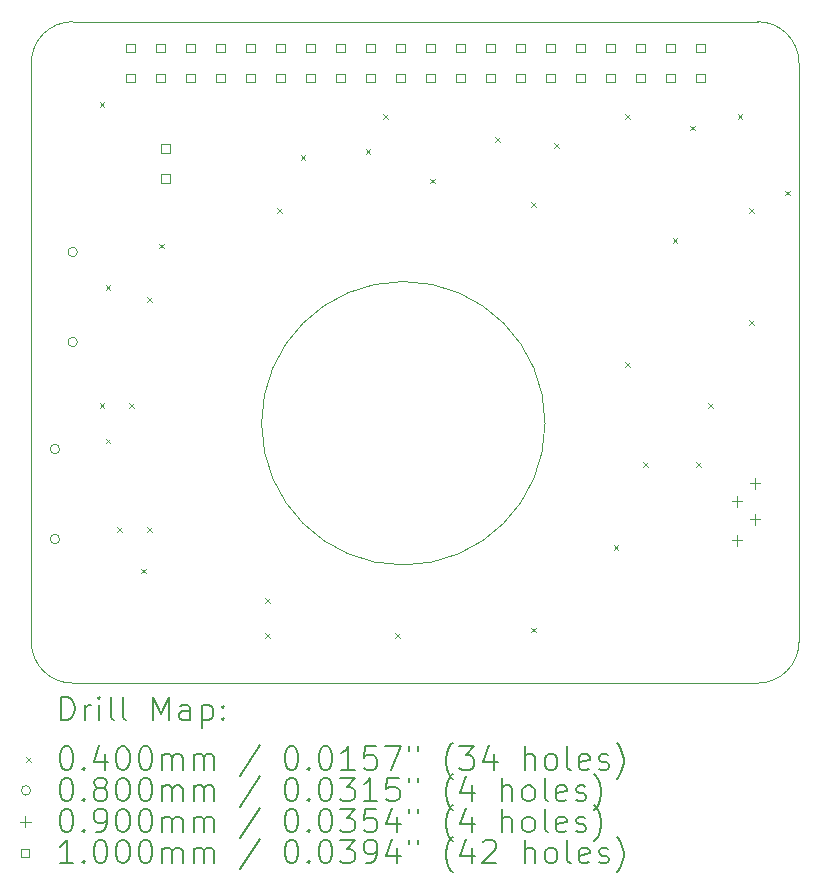
<source format=gbr>
%TF.GenerationSoftware,KiCad,Pcbnew,(6.0.9-0)*%
%TF.CreationDate,2024-08-31T06:56:25+09:00*%
%TF.ProjectId,LEDHat,4c454448-6174-42e6-9b69-6361645f7063,rev?*%
%TF.SameCoordinates,Original*%
%TF.FileFunction,Drillmap*%
%TF.FilePolarity,Positive*%
%FSLAX45Y45*%
G04 Gerber Fmt 4.5, Leading zero omitted, Abs format (unit mm)*
G04 Created by KiCad (PCBNEW (6.0.9-0)) date 2024-08-31 06:56:25*
%MOMM*%
%LPD*%
G01*
G04 APERTURE LIST*
%ADD10C,0.100000*%
%ADD11C,0.200000*%
%ADD12C,0.040000*%
%ADD13C,0.080000*%
%ADD14C,0.090000*%
G04 APERTURE END LIST*
D10*
X5000000Y-11250000D02*
X5000000Y-6350000D01*
X11150000Y-11600000D02*
X5350000Y-11600000D01*
X11500000Y-6350000D02*
X11500000Y-11250000D01*
X5350000Y-6000000D02*
X11150000Y-6000000D01*
X5350000Y-6000000D02*
G75*
G03*
X5000000Y-6350000I0J-350000D01*
G01*
X5000000Y-11250000D02*
G75*
G03*
X5350000Y-11600000I350000J0D01*
G01*
X11150000Y-11600000D02*
G75*
G03*
X11500000Y-11250000I0J350000D01*
G01*
X11500000Y-6350000D02*
G75*
G03*
X11150000Y-6000000I-350000J0D01*
G01*
X9350000Y-9400000D02*
G75*
G03*
X9350000Y-9400000I-1200000J0D01*
G01*
D11*
D12*
X5580000Y-6680000D02*
X5620000Y-6720000D01*
X5620000Y-6680000D02*
X5580000Y-6720000D01*
X5580000Y-9230000D02*
X5620000Y-9270000D01*
X5620000Y-9230000D02*
X5580000Y-9270000D01*
X5630000Y-8230000D02*
X5670000Y-8270000D01*
X5670000Y-8230000D02*
X5630000Y-8270000D01*
X5630000Y-9530000D02*
X5670000Y-9570000D01*
X5670000Y-9530000D02*
X5630000Y-9570000D01*
X5730000Y-10280000D02*
X5770000Y-10320000D01*
X5770000Y-10280000D02*
X5730000Y-10320000D01*
X5830000Y-9230000D02*
X5870000Y-9270000D01*
X5870000Y-9230000D02*
X5830000Y-9270000D01*
X5930000Y-10630000D02*
X5970000Y-10670000D01*
X5970000Y-10630000D02*
X5930000Y-10670000D01*
X5980000Y-8330000D02*
X6020000Y-8370000D01*
X6020000Y-8330000D02*
X5980000Y-8370000D01*
X5980000Y-10280000D02*
X6020000Y-10320000D01*
X6020000Y-10280000D02*
X5980000Y-10320000D01*
X6080000Y-7880000D02*
X6120000Y-7920000D01*
X6120000Y-7880000D02*
X6080000Y-7920000D01*
X6980000Y-10880000D02*
X7020000Y-10920000D01*
X7020000Y-10880000D02*
X6980000Y-10920000D01*
X6980000Y-11180000D02*
X7020000Y-11220000D01*
X7020000Y-11180000D02*
X6980000Y-11220000D01*
X7080000Y-7580000D02*
X7120000Y-7620000D01*
X7120000Y-7580000D02*
X7080000Y-7620000D01*
X7280000Y-7130000D02*
X7320000Y-7170000D01*
X7320000Y-7130000D02*
X7280000Y-7170000D01*
X7830000Y-7080000D02*
X7870000Y-7120000D01*
X7870000Y-7080000D02*
X7830000Y-7120000D01*
X7980000Y-6780000D02*
X8020000Y-6820000D01*
X8020000Y-6780000D02*
X7980000Y-6820000D01*
X8080000Y-11180000D02*
X8120000Y-11220000D01*
X8120000Y-11180000D02*
X8080000Y-11220000D01*
X8380000Y-7330000D02*
X8420000Y-7370000D01*
X8420000Y-7330000D02*
X8380000Y-7370000D01*
X8930000Y-6980000D02*
X8970000Y-7020000D01*
X8970000Y-6980000D02*
X8930000Y-7020000D01*
X9230000Y-7530000D02*
X9270000Y-7570000D01*
X9270000Y-7530000D02*
X9230000Y-7570000D01*
X9230000Y-11130000D02*
X9270000Y-11170000D01*
X9270000Y-11130000D02*
X9230000Y-11170000D01*
X9430000Y-7030000D02*
X9470000Y-7070000D01*
X9470000Y-7030000D02*
X9430000Y-7070000D01*
X9930000Y-10430000D02*
X9970000Y-10470000D01*
X9970000Y-10430000D02*
X9930000Y-10470000D01*
X10030000Y-6780000D02*
X10070000Y-6820000D01*
X10070000Y-6780000D02*
X10030000Y-6820000D01*
X10030000Y-8880000D02*
X10070000Y-8920000D01*
X10070000Y-8880000D02*
X10030000Y-8920000D01*
X10180000Y-9730000D02*
X10220000Y-9770000D01*
X10220000Y-9730000D02*
X10180000Y-9770000D01*
X10430000Y-7830000D02*
X10470000Y-7870000D01*
X10470000Y-7830000D02*
X10430000Y-7870000D01*
X10580000Y-6880000D02*
X10620000Y-6920000D01*
X10620000Y-6880000D02*
X10580000Y-6920000D01*
X10630000Y-9730000D02*
X10670000Y-9770000D01*
X10670000Y-9730000D02*
X10630000Y-9770000D01*
X10730000Y-9230000D02*
X10770000Y-9270000D01*
X10770000Y-9230000D02*
X10730000Y-9270000D01*
X10980000Y-6780000D02*
X11020000Y-6820000D01*
X11020000Y-6780000D02*
X10980000Y-6820000D01*
X11080000Y-7580000D02*
X11120000Y-7620000D01*
X11120000Y-7580000D02*
X11080000Y-7620000D01*
X11080000Y-8530000D02*
X11120000Y-8570000D01*
X11120000Y-8530000D02*
X11080000Y-8570000D01*
X11380000Y-7430000D02*
X11420000Y-7470000D01*
X11420000Y-7430000D02*
X11380000Y-7470000D01*
D13*
X5240000Y-9619000D02*
G75*
G03*
X5240000Y-9619000I-40000J0D01*
G01*
X5240000Y-10381000D02*
G75*
G03*
X5240000Y-10381000I-40000J0D01*
G01*
X5390000Y-7950000D02*
G75*
G03*
X5390000Y-7950000I-40000J0D01*
G01*
X5390000Y-8712000D02*
G75*
G03*
X5390000Y-8712000I-40000J0D01*
G01*
D14*
X10974000Y-10015800D02*
X10974000Y-10105800D01*
X10929000Y-10060800D02*
X11019000Y-10060800D01*
X10974000Y-10346000D02*
X10974000Y-10436000D01*
X10929000Y-10391000D02*
X11019000Y-10391000D01*
X11126400Y-9863400D02*
X11126400Y-9953400D01*
X11081400Y-9908400D02*
X11171400Y-9908400D01*
X11126400Y-10168200D02*
X11126400Y-10258200D01*
X11081400Y-10213200D02*
X11171400Y-10213200D01*
D10*
X5875356Y-6260356D02*
X5875356Y-6189644D01*
X5804644Y-6189644D01*
X5804644Y-6260356D01*
X5875356Y-6260356D01*
X5875356Y-6514356D02*
X5875356Y-6443644D01*
X5804644Y-6443644D01*
X5804644Y-6514356D01*
X5875356Y-6514356D01*
X6129356Y-6260356D02*
X6129356Y-6189644D01*
X6058644Y-6189644D01*
X6058644Y-6260356D01*
X6129356Y-6260356D01*
X6129356Y-6514356D02*
X6129356Y-6443644D01*
X6058644Y-6443644D01*
X6058644Y-6514356D01*
X6129356Y-6514356D01*
X6172856Y-7108856D02*
X6172856Y-7038144D01*
X6102144Y-7038144D01*
X6102144Y-7108856D01*
X6172856Y-7108856D01*
X6172856Y-7362856D02*
X6172856Y-7292144D01*
X6102144Y-7292144D01*
X6102144Y-7362856D01*
X6172856Y-7362856D01*
X6383356Y-6260356D02*
X6383356Y-6189644D01*
X6312644Y-6189644D01*
X6312644Y-6260356D01*
X6383356Y-6260356D01*
X6383356Y-6514356D02*
X6383356Y-6443644D01*
X6312644Y-6443644D01*
X6312644Y-6514356D01*
X6383356Y-6514356D01*
X6637356Y-6260356D02*
X6637356Y-6189644D01*
X6566644Y-6189644D01*
X6566644Y-6260356D01*
X6637356Y-6260356D01*
X6637356Y-6514356D02*
X6637356Y-6443644D01*
X6566644Y-6443644D01*
X6566644Y-6514356D01*
X6637356Y-6514356D01*
X6891356Y-6260356D02*
X6891356Y-6189644D01*
X6820644Y-6189644D01*
X6820644Y-6260356D01*
X6891356Y-6260356D01*
X6891356Y-6514356D02*
X6891356Y-6443644D01*
X6820644Y-6443644D01*
X6820644Y-6514356D01*
X6891356Y-6514356D01*
X7145356Y-6260356D02*
X7145356Y-6189644D01*
X7074644Y-6189644D01*
X7074644Y-6260356D01*
X7145356Y-6260356D01*
X7145356Y-6514356D02*
X7145356Y-6443644D01*
X7074644Y-6443644D01*
X7074644Y-6514356D01*
X7145356Y-6514356D01*
X7399356Y-6260356D02*
X7399356Y-6189644D01*
X7328644Y-6189644D01*
X7328644Y-6260356D01*
X7399356Y-6260356D01*
X7399356Y-6514356D02*
X7399356Y-6443644D01*
X7328644Y-6443644D01*
X7328644Y-6514356D01*
X7399356Y-6514356D01*
X7653356Y-6260356D02*
X7653356Y-6189644D01*
X7582644Y-6189644D01*
X7582644Y-6260356D01*
X7653356Y-6260356D01*
X7653356Y-6514356D02*
X7653356Y-6443644D01*
X7582644Y-6443644D01*
X7582644Y-6514356D01*
X7653356Y-6514356D01*
X7907356Y-6260356D02*
X7907356Y-6189644D01*
X7836644Y-6189644D01*
X7836644Y-6260356D01*
X7907356Y-6260356D01*
X7907356Y-6514356D02*
X7907356Y-6443644D01*
X7836644Y-6443644D01*
X7836644Y-6514356D01*
X7907356Y-6514356D01*
X8161356Y-6260356D02*
X8161356Y-6189644D01*
X8090644Y-6189644D01*
X8090644Y-6260356D01*
X8161356Y-6260356D01*
X8161356Y-6514356D02*
X8161356Y-6443644D01*
X8090644Y-6443644D01*
X8090644Y-6514356D01*
X8161356Y-6514356D01*
X8415356Y-6260356D02*
X8415356Y-6189644D01*
X8344644Y-6189644D01*
X8344644Y-6260356D01*
X8415356Y-6260356D01*
X8415356Y-6514356D02*
X8415356Y-6443644D01*
X8344644Y-6443644D01*
X8344644Y-6514356D01*
X8415356Y-6514356D01*
X8669356Y-6260356D02*
X8669356Y-6189644D01*
X8598644Y-6189644D01*
X8598644Y-6260356D01*
X8669356Y-6260356D01*
X8669356Y-6514356D02*
X8669356Y-6443644D01*
X8598644Y-6443644D01*
X8598644Y-6514356D01*
X8669356Y-6514356D01*
X8923356Y-6260356D02*
X8923356Y-6189644D01*
X8852644Y-6189644D01*
X8852644Y-6260356D01*
X8923356Y-6260356D01*
X8923356Y-6514356D02*
X8923356Y-6443644D01*
X8852644Y-6443644D01*
X8852644Y-6514356D01*
X8923356Y-6514356D01*
X9177356Y-6260356D02*
X9177356Y-6189644D01*
X9106644Y-6189644D01*
X9106644Y-6260356D01*
X9177356Y-6260356D01*
X9177356Y-6514356D02*
X9177356Y-6443644D01*
X9106644Y-6443644D01*
X9106644Y-6514356D01*
X9177356Y-6514356D01*
X9431356Y-6260356D02*
X9431356Y-6189644D01*
X9360644Y-6189644D01*
X9360644Y-6260356D01*
X9431356Y-6260356D01*
X9431356Y-6514356D02*
X9431356Y-6443644D01*
X9360644Y-6443644D01*
X9360644Y-6514356D01*
X9431356Y-6514356D01*
X9685356Y-6260356D02*
X9685356Y-6189644D01*
X9614644Y-6189644D01*
X9614644Y-6260356D01*
X9685356Y-6260356D01*
X9685356Y-6514356D02*
X9685356Y-6443644D01*
X9614644Y-6443644D01*
X9614644Y-6514356D01*
X9685356Y-6514356D01*
X9939356Y-6260356D02*
X9939356Y-6189644D01*
X9868644Y-6189644D01*
X9868644Y-6260356D01*
X9939356Y-6260356D01*
X9939356Y-6514356D02*
X9939356Y-6443644D01*
X9868644Y-6443644D01*
X9868644Y-6514356D01*
X9939356Y-6514356D01*
X10193356Y-6260356D02*
X10193356Y-6189644D01*
X10122644Y-6189644D01*
X10122644Y-6260356D01*
X10193356Y-6260356D01*
X10193356Y-6514356D02*
X10193356Y-6443644D01*
X10122644Y-6443644D01*
X10122644Y-6514356D01*
X10193356Y-6514356D01*
X10447356Y-6260356D02*
X10447356Y-6189644D01*
X10376644Y-6189644D01*
X10376644Y-6260356D01*
X10447356Y-6260356D01*
X10447356Y-6514356D02*
X10447356Y-6443644D01*
X10376644Y-6443644D01*
X10376644Y-6514356D01*
X10447356Y-6514356D01*
X10701356Y-6260356D02*
X10701356Y-6189644D01*
X10630644Y-6189644D01*
X10630644Y-6260356D01*
X10701356Y-6260356D01*
X10701356Y-6514356D02*
X10701356Y-6443644D01*
X10630644Y-6443644D01*
X10630644Y-6514356D01*
X10701356Y-6514356D01*
D11*
X5252619Y-11915476D02*
X5252619Y-11715476D01*
X5300238Y-11715476D01*
X5328810Y-11725000D01*
X5347857Y-11744048D01*
X5357381Y-11763095D01*
X5366905Y-11801190D01*
X5366905Y-11829762D01*
X5357381Y-11867857D01*
X5347857Y-11886905D01*
X5328810Y-11905952D01*
X5300238Y-11915476D01*
X5252619Y-11915476D01*
X5452619Y-11915476D02*
X5452619Y-11782143D01*
X5452619Y-11820238D02*
X5462143Y-11801190D01*
X5471667Y-11791667D01*
X5490714Y-11782143D01*
X5509762Y-11782143D01*
X5576429Y-11915476D02*
X5576429Y-11782143D01*
X5576429Y-11715476D02*
X5566905Y-11725000D01*
X5576429Y-11734524D01*
X5585952Y-11725000D01*
X5576429Y-11715476D01*
X5576429Y-11734524D01*
X5700238Y-11915476D02*
X5681190Y-11905952D01*
X5671667Y-11886905D01*
X5671667Y-11715476D01*
X5805000Y-11915476D02*
X5785952Y-11905952D01*
X5776428Y-11886905D01*
X5776428Y-11715476D01*
X6033571Y-11915476D02*
X6033571Y-11715476D01*
X6100238Y-11858333D01*
X6166905Y-11715476D01*
X6166905Y-11915476D01*
X6347857Y-11915476D02*
X6347857Y-11810714D01*
X6338333Y-11791667D01*
X6319286Y-11782143D01*
X6281190Y-11782143D01*
X6262143Y-11791667D01*
X6347857Y-11905952D02*
X6328809Y-11915476D01*
X6281190Y-11915476D01*
X6262143Y-11905952D01*
X6252619Y-11886905D01*
X6252619Y-11867857D01*
X6262143Y-11848809D01*
X6281190Y-11839286D01*
X6328809Y-11839286D01*
X6347857Y-11829762D01*
X6443095Y-11782143D02*
X6443095Y-11982143D01*
X6443095Y-11791667D02*
X6462143Y-11782143D01*
X6500238Y-11782143D01*
X6519286Y-11791667D01*
X6528809Y-11801190D01*
X6538333Y-11820238D01*
X6538333Y-11877381D01*
X6528809Y-11896428D01*
X6519286Y-11905952D01*
X6500238Y-11915476D01*
X6462143Y-11915476D01*
X6443095Y-11905952D01*
X6624048Y-11896428D02*
X6633571Y-11905952D01*
X6624048Y-11915476D01*
X6614524Y-11905952D01*
X6624048Y-11896428D01*
X6624048Y-11915476D01*
X6624048Y-11791667D02*
X6633571Y-11801190D01*
X6624048Y-11810714D01*
X6614524Y-11801190D01*
X6624048Y-11791667D01*
X6624048Y-11810714D01*
D12*
X4955000Y-12225000D02*
X4995000Y-12265000D01*
X4995000Y-12225000D02*
X4955000Y-12265000D01*
D11*
X5290714Y-12135476D02*
X5309762Y-12135476D01*
X5328810Y-12145000D01*
X5338333Y-12154524D01*
X5347857Y-12173571D01*
X5357381Y-12211667D01*
X5357381Y-12259286D01*
X5347857Y-12297381D01*
X5338333Y-12316428D01*
X5328810Y-12325952D01*
X5309762Y-12335476D01*
X5290714Y-12335476D01*
X5271667Y-12325952D01*
X5262143Y-12316428D01*
X5252619Y-12297381D01*
X5243095Y-12259286D01*
X5243095Y-12211667D01*
X5252619Y-12173571D01*
X5262143Y-12154524D01*
X5271667Y-12145000D01*
X5290714Y-12135476D01*
X5443095Y-12316428D02*
X5452619Y-12325952D01*
X5443095Y-12335476D01*
X5433571Y-12325952D01*
X5443095Y-12316428D01*
X5443095Y-12335476D01*
X5624048Y-12202143D02*
X5624048Y-12335476D01*
X5576429Y-12125952D02*
X5528810Y-12268809D01*
X5652619Y-12268809D01*
X5766905Y-12135476D02*
X5785952Y-12135476D01*
X5805000Y-12145000D01*
X5814524Y-12154524D01*
X5824048Y-12173571D01*
X5833571Y-12211667D01*
X5833571Y-12259286D01*
X5824048Y-12297381D01*
X5814524Y-12316428D01*
X5805000Y-12325952D01*
X5785952Y-12335476D01*
X5766905Y-12335476D01*
X5747857Y-12325952D01*
X5738333Y-12316428D01*
X5728809Y-12297381D01*
X5719286Y-12259286D01*
X5719286Y-12211667D01*
X5728809Y-12173571D01*
X5738333Y-12154524D01*
X5747857Y-12145000D01*
X5766905Y-12135476D01*
X5957381Y-12135476D02*
X5976428Y-12135476D01*
X5995476Y-12145000D01*
X6005000Y-12154524D01*
X6014524Y-12173571D01*
X6024048Y-12211667D01*
X6024048Y-12259286D01*
X6014524Y-12297381D01*
X6005000Y-12316428D01*
X5995476Y-12325952D01*
X5976428Y-12335476D01*
X5957381Y-12335476D01*
X5938333Y-12325952D01*
X5928809Y-12316428D01*
X5919286Y-12297381D01*
X5909762Y-12259286D01*
X5909762Y-12211667D01*
X5919286Y-12173571D01*
X5928809Y-12154524D01*
X5938333Y-12145000D01*
X5957381Y-12135476D01*
X6109762Y-12335476D02*
X6109762Y-12202143D01*
X6109762Y-12221190D02*
X6119286Y-12211667D01*
X6138333Y-12202143D01*
X6166905Y-12202143D01*
X6185952Y-12211667D01*
X6195476Y-12230714D01*
X6195476Y-12335476D01*
X6195476Y-12230714D02*
X6205000Y-12211667D01*
X6224048Y-12202143D01*
X6252619Y-12202143D01*
X6271667Y-12211667D01*
X6281190Y-12230714D01*
X6281190Y-12335476D01*
X6376428Y-12335476D02*
X6376428Y-12202143D01*
X6376428Y-12221190D02*
X6385952Y-12211667D01*
X6405000Y-12202143D01*
X6433571Y-12202143D01*
X6452619Y-12211667D01*
X6462143Y-12230714D01*
X6462143Y-12335476D01*
X6462143Y-12230714D02*
X6471667Y-12211667D01*
X6490714Y-12202143D01*
X6519286Y-12202143D01*
X6538333Y-12211667D01*
X6547857Y-12230714D01*
X6547857Y-12335476D01*
X6938333Y-12125952D02*
X6766905Y-12383095D01*
X7195476Y-12135476D02*
X7214524Y-12135476D01*
X7233571Y-12145000D01*
X7243095Y-12154524D01*
X7252619Y-12173571D01*
X7262143Y-12211667D01*
X7262143Y-12259286D01*
X7252619Y-12297381D01*
X7243095Y-12316428D01*
X7233571Y-12325952D01*
X7214524Y-12335476D01*
X7195476Y-12335476D01*
X7176428Y-12325952D01*
X7166905Y-12316428D01*
X7157381Y-12297381D01*
X7147857Y-12259286D01*
X7147857Y-12211667D01*
X7157381Y-12173571D01*
X7166905Y-12154524D01*
X7176428Y-12145000D01*
X7195476Y-12135476D01*
X7347857Y-12316428D02*
X7357381Y-12325952D01*
X7347857Y-12335476D01*
X7338333Y-12325952D01*
X7347857Y-12316428D01*
X7347857Y-12335476D01*
X7481190Y-12135476D02*
X7500238Y-12135476D01*
X7519286Y-12145000D01*
X7528809Y-12154524D01*
X7538333Y-12173571D01*
X7547857Y-12211667D01*
X7547857Y-12259286D01*
X7538333Y-12297381D01*
X7528809Y-12316428D01*
X7519286Y-12325952D01*
X7500238Y-12335476D01*
X7481190Y-12335476D01*
X7462143Y-12325952D01*
X7452619Y-12316428D01*
X7443095Y-12297381D01*
X7433571Y-12259286D01*
X7433571Y-12211667D01*
X7443095Y-12173571D01*
X7452619Y-12154524D01*
X7462143Y-12145000D01*
X7481190Y-12135476D01*
X7738333Y-12335476D02*
X7624048Y-12335476D01*
X7681190Y-12335476D02*
X7681190Y-12135476D01*
X7662143Y-12164048D01*
X7643095Y-12183095D01*
X7624048Y-12192619D01*
X7919286Y-12135476D02*
X7824048Y-12135476D01*
X7814524Y-12230714D01*
X7824048Y-12221190D01*
X7843095Y-12211667D01*
X7890714Y-12211667D01*
X7909762Y-12221190D01*
X7919286Y-12230714D01*
X7928809Y-12249762D01*
X7928809Y-12297381D01*
X7919286Y-12316428D01*
X7909762Y-12325952D01*
X7890714Y-12335476D01*
X7843095Y-12335476D01*
X7824048Y-12325952D01*
X7814524Y-12316428D01*
X7995476Y-12135476D02*
X8128809Y-12135476D01*
X8043095Y-12335476D01*
X8195476Y-12135476D02*
X8195476Y-12173571D01*
X8271667Y-12135476D02*
X8271667Y-12173571D01*
X8566905Y-12411667D02*
X8557381Y-12402143D01*
X8538333Y-12373571D01*
X8528810Y-12354524D01*
X8519286Y-12325952D01*
X8509762Y-12278333D01*
X8509762Y-12240238D01*
X8519286Y-12192619D01*
X8528810Y-12164048D01*
X8538333Y-12145000D01*
X8557381Y-12116428D01*
X8566905Y-12106905D01*
X8624048Y-12135476D02*
X8747857Y-12135476D01*
X8681190Y-12211667D01*
X8709762Y-12211667D01*
X8728810Y-12221190D01*
X8738333Y-12230714D01*
X8747857Y-12249762D01*
X8747857Y-12297381D01*
X8738333Y-12316428D01*
X8728810Y-12325952D01*
X8709762Y-12335476D01*
X8652619Y-12335476D01*
X8633571Y-12325952D01*
X8624048Y-12316428D01*
X8919286Y-12202143D02*
X8919286Y-12335476D01*
X8871667Y-12125952D02*
X8824048Y-12268809D01*
X8947857Y-12268809D01*
X9176429Y-12335476D02*
X9176429Y-12135476D01*
X9262143Y-12335476D02*
X9262143Y-12230714D01*
X9252619Y-12211667D01*
X9233571Y-12202143D01*
X9205000Y-12202143D01*
X9185952Y-12211667D01*
X9176429Y-12221190D01*
X9385952Y-12335476D02*
X9366905Y-12325952D01*
X9357381Y-12316428D01*
X9347857Y-12297381D01*
X9347857Y-12240238D01*
X9357381Y-12221190D01*
X9366905Y-12211667D01*
X9385952Y-12202143D01*
X9414524Y-12202143D01*
X9433571Y-12211667D01*
X9443095Y-12221190D01*
X9452619Y-12240238D01*
X9452619Y-12297381D01*
X9443095Y-12316428D01*
X9433571Y-12325952D01*
X9414524Y-12335476D01*
X9385952Y-12335476D01*
X9566905Y-12335476D02*
X9547857Y-12325952D01*
X9538333Y-12306905D01*
X9538333Y-12135476D01*
X9719286Y-12325952D02*
X9700238Y-12335476D01*
X9662143Y-12335476D01*
X9643095Y-12325952D01*
X9633571Y-12306905D01*
X9633571Y-12230714D01*
X9643095Y-12211667D01*
X9662143Y-12202143D01*
X9700238Y-12202143D01*
X9719286Y-12211667D01*
X9728810Y-12230714D01*
X9728810Y-12249762D01*
X9633571Y-12268809D01*
X9805000Y-12325952D02*
X9824048Y-12335476D01*
X9862143Y-12335476D01*
X9881190Y-12325952D01*
X9890714Y-12306905D01*
X9890714Y-12297381D01*
X9881190Y-12278333D01*
X9862143Y-12268809D01*
X9833571Y-12268809D01*
X9814524Y-12259286D01*
X9805000Y-12240238D01*
X9805000Y-12230714D01*
X9814524Y-12211667D01*
X9833571Y-12202143D01*
X9862143Y-12202143D01*
X9881190Y-12211667D01*
X9957381Y-12411667D02*
X9966905Y-12402143D01*
X9985952Y-12373571D01*
X9995476Y-12354524D01*
X10005000Y-12325952D01*
X10014524Y-12278333D01*
X10014524Y-12240238D01*
X10005000Y-12192619D01*
X9995476Y-12164048D01*
X9985952Y-12145000D01*
X9966905Y-12116428D01*
X9957381Y-12106905D01*
D13*
X4995000Y-12509000D02*
G75*
G03*
X4995000Y-12509000I-40000J0D01*
G01*
D11*
X5290714Y-12399476D02*
X5309762Y-12399476D01*
X5328810Y-12409000D01*
X5338333Y-12418524D01*
X5347857Y-12437571D01*
X5357381Y-12475667D01*
X5357381Y-12523286D01*
X5347857Y-12561381D01*
X5338333Y-12580428D01*
X5328810Y-12589952D01*
X5309762Y-12599476D01*
X5290714Y-12599476D01*
X5271667Y-12589952D01*
X5262143Y-12580428D01*
X5252619Y-12561381D01*
X5243095Y-12523286D01*
X5243095Y-12475667D01*
X5252619Y-12437571D01*
X5262143Y-12418524D01*
X5271667Y-12409000D01*
X5290714Y-12399476D01*
X5443095Y-12580428D02*
X5452619Y-12589952D01*
X5443095Y-12599476D01*
X5433571Y-12589952D01*
X5443095Y-12580428D01*
X5443095Y-12599476D01*
X5566905Y-12485190D02*
X5547857Y-12475667D01*
X5538333Y-12466143D01*
X5528810Y-12447095D01*
X5528810Y-12437571D01*
X5538333Y-12418524D01*
X5547857Y-12409000D01*
X5566905Y-12399476D01*
X5605000Y-12399476D01*
X5624048Y-12409000D01*
X5633571Y-12418524D01*
X5643095Y-12437571D01*
X5643095Y-12447095D01*
X5633571Y-12466143D01*
X5624048Y-12475667D01*
X5605000Y-12485190D01*
X5566905Y-12485190D01*
X5547857Y-12494714D01*
X5538333Y-12504238D01*
X5528810Y-12523286D01*
X5528810Y-12561381D01*
X5538333Y-12580428D01*
X5547857Y-12589952D01*
X5566905Y-12599476D01*
X5605000Y-12599476D01*
X5624048Y-12589952D01*
X5633571Y-12580428D01*
X5643095Y-12561381D01*
X5643095Y-12523286D01*
X5633571Y-12504238D01*
X5624048Y-12494714D01*
X5605000Y-12485190D01*
X5766905Y-12399476D02*
X5785952Y-12399476D01*
X5805000Y-12409000D01*
X5814524Y-12418524D01*
X5824048Y-12437571D01*
X5833571Y-12475667D01*
X5833571Y-12523286D01*
X5824048Y-12561381D01*
X5814524Y-12580428D01*
X5805000Y-12589952D01*
X5785952Y-12599476D01*
X5766905Y-12599476D01*
X5747857Y-12589952D01*
X5738333Y-12580428D01*
X5728809Y-12561381D01*
X5719286Y-12523286D01*
X5719286Y-12475667D01*
X5728809Y-12437571D01*
X5738333Y-12418524D01*
X5747857Y-12409000D01*
X5766905Y-12399476D01*
X5957381Y-12399476D02*
X5976428Y-12399476D01*
X5995476Y-12409000D01*
X6005000Y-12418524D01*
X6014524Y-12437571D01*
X6024048Y-12475667D01*
X6024048Y-12523286D01*
X6014524Y-12561381D01*
X6005000Y-12580428D01*
X5995476Y-12589952D01*
X5976428Y-12599476D01*
X5957381Y-12599476D01*
X5938333Y-12589952D01*
X5928809Y-12580428D01*
X5919286Y-12561381D01*
X5909762Y-12523286D01*
X5909762Y-12475667D01*
X5919286Y-12437571D01*
X5928809Y-12418524D01*
X5938333Y-12409000D01*
X5957381Y-12399476D01*
X6109762Y-12599476D02*
X6109762Y-12466143D01*
X6109762Y-12485190D02*
X6119286Y-12475667D01*
X6138333Y-12466143D01*
X6166905Y-12466143D01*
X6185952Y-12475667D01*
X6195476Y-12494714D01*
X6195476Y-12599476D01*
X6195476Y-12494714D02*
X6205000Y-12475667D01*
X6224048Y-12466143D01*
X6252619Y-12466143D01*
X6271667Y-12475667D01*
X6281190Y-12494714D01*
X6281190Y-12599476D01*
X6376428Y-12599476D02*
X6376428Y-12466143D01*
X6376428Y-12485190D02*
X6385952Y-12475667D01*
X6405000Y-12466143D01*
X6433571Y-12466143D01*
X6452619Y-12475667D01*
X6462143Y-12494714D01*
X6462143Y-12599476D01*
X6462143Y-12494714D02*
X6471667Y-12475667D01*
X6490714Y-12466143D01*
X6519286Y-12466143D01*
X6538333Y-12475667D01*
X6547857Y-12494714D01*
X6547857Y-12599476D01*
X6938333Y-12389952D02*
X6766905Y-12647095D01*
X7195476Y-12399476D02*
X7214524Y-12399476D01*
X7233571Y-12409000D01*
X7243095Y-12418524D01*
X7252619Y-12437571D01*
X7262143Y-12475667D01*
X7262143Y-12523286D01*
X7252619Y-12561381D01*
X7243095Y-12580428D01*
X7233571Y-12589952D01*
X7214524Y-12599476D01*
X7195476Y-12599476D01*
X7176428Y-12589952D01*
X7166905Y-12580428D01*
X7157381Y-12561381D01*
X7147857Y-12523286D01*
X7147857Y-12475667D01*
X7157381Y-12437571D01*
X7166905Y-12418524D01*
X7176428Y-12409000D01*
X7195476Y-12399476D01*
X7347857Y-12580428D02*
X7357381Y-12589952D01*
X7347857Y-12599476D01*
X7338333Y-12589952D01*
X7347857Y-12580428D01*
X7347857Y-12599476D01*
X7481190Y-12399476D02*
X7500238Y-12399476D01*
X7519286Y-12409000D01*
X7528809Y-12418524D01*
X7538333Y-12437571D01*
X7547857Y-12475667D01*
X7547857Y-12523286D01*
X7538333Y-12561381D01*
X7528809Y-12580428D01*
X7519286Y-12589952D01*
X7500238Y-12599476D01*
X7481190Y-12599476D01*
X7462143Y-12589952D01*
X7452619Y-12580428D01*
X7443095Y-12561381D01*
X7433571Y-12523286D01*
X7433571Y-12475667D01*
X7443095Y-12437571D01*
X7452619Y-12418524D01*
X7462143Y-12409000D01*
X7481190Y-12399476D01*
X7614524Y-12399476D02*
X7738333Y-12399476D01*
X7671667Y-12475667D01*
X7700238Y-12475667D01*
X7719286Y-12485190D01*
X7728809Y-12494714D01*
X7738333Y-12513762D01*
X7738333Y-12561381D01*
X7728809Y-12580428D01*
X7719286Y-12589952D01*
X7700238Y-12599476D01*
X7643095Y-12599476D01*
X7624048Y-12589952D01*
X7614524Y-12580428D01*
X7928809Y-12599476D02*
X7814524Y-12599476D01*
X7871667Y-12599476D02*
X7871667Y-12399476D01*
X7852619Y-12428048D01*
X7833571Y-12447095D01*
X7814524Y-12456619D01*
X8109762Y-12399476D02*
X8014524Y-12399476D01*
X8005000Y-12494714D01*
X8014524Y-12485190D01*
X8033571Y-12475667D01*
X8081190Y-12475667D01*
X8100238Y-12485190D01*
X8109762Y-12494714D01*
X8119286Y-12513762D01*
X8119286Y-12561381D01*
X8109762Y-12580428D01*
X8100238Y-12589952D01*
X8081190Y-12599476D01*
X8033571Y-12599476D01*
X8014524Y-12589952D01*
X8005000Y-12580428D01*
X8195476Y-12399476D02*
X8195476Y-12437571D01*
X8271667Y-12399476D02*
X8271667Y-12437571D01*
X8566905Y-12675667D02*
X8557381Y-12666143D01*
X8538333Y-12637571D01*
X8528810Y-12618524D01*
X8519286Y-12589952D01*
X8509762Y-12542333D01*
X8509762Y-12504238D01*
X8519286Y-12456619D01*
X8528810Y-12428048D01*
X8538333Y-12409000D01*
X8557381Y-12380428D01*
X8566905Y-12370905D01*
X8728810Y-12466143D02*
X8728810Y-12599476D01*
X8681190Y-12389952D02*
X8633571Y-12532809D01*
X8757381Y-12532809D01*
X8985952Y-12599476D02*
X8985952Y-12399476D01*
X9071667Y-12599476D02*
X9071667Y-12494714D01*
X9062143Y-12475667D01*
X9043095Y-12466143D01*
X9014524Y-12466143D01*
X8995476Y-12475667D01*
X8985952Y-12485190D01*
X9195476Y-12599476D02*
X9176429Y-12589952D01*
X9166905Y-12580428D01*
X9157381Y-12561381D01*
X9157381Y-12504238D01*
X9166905Y-12485190D01*
X9176429Y-12475667D01*
X9195476Y-12466143D01*
X9224048Y-12466143D01*
X9243095Y-12475667D01*
X9252619Y-12485190D01*
X9262143Y-12504238D01*
X9262143Y-12561381D01*
X9252619Y-12580428D01*
X9243095Y-12589952D01*
X9224048Y-12599476D01*
X9195476Y-12599476D01*
X9376429Y-12599476D02*
X9357381Y-12589952D01*
X9347857Y-12570905D01*
X9347857Y-12399476D01*
X9528810Y-12589952D02*
X9509762Y-12599476D01*
X9471667Y-12599476D01*
X9452619Y-12589952D01*
X9443095Y-12570905D01*
X9443095Y-12494714D01*
X9452619Y-12475667D01*
X9471667Y-12466143D01*
X9509762Y-12466143D01*
X9528810Y-12475667D01*
X9538333Y-12494714D01*
X9538333Y-12513762D01*
X9443095Y-12532809D01*
X9614524Y-12589952D02*
X9633571Y-12599476D01*
X9671667Y-12599476D01*
X9690714Y-12589952D01*
X9700238Y-12570905D01*
X9700238Y-12561381D01*
X9690714Y-12542333D01*
X9671667Y-12532809D01*
X9643095Y-12532809D01*
X9624048Y-12523286D01*
X9614524Y-12504238D01*
X9614524Y-12494714D01*
X9624048Y-12475667D01*
X9643095Y-12466143D01*
X9671667Y-12466143D01*
X9690714Y-12475667D01*
X9766905Y-12675667D02*
X9776429Y-12666143D01*
X9795476Y-12637571D01*
X9805000Y-12618524D01*
X9814524Y-12589952D01*
X9824048Y-12542333D01*
X9824048Y-12504238D01*
X9814524Y-12456619D01*
X9805000Y-12428048D01*
X9795476Y-12409000D01*
X9776429Y-12380428D01*
X9766905Y-12370905D01*
D14*
X4950000Y-12728000D02*
X4950000Y-12818000D01*
X4905000Y-12773000D02*
X4995000Y-12773000D01*
D11*
X5290714Y-12663476D02*
X5309762Y-12663476D01*
X5328810Y-12673000D01*
X5338333Y-12682524D01*
X5347857Y-12701571D01*
X5357381Y-12739667D01*
X5357381Y-12787286D01*
X5347857Y-12825381D01*
X5338333Y-12844428D01*
X5328810Y-12853952D01*
X5309762Y-12863476D01*
X5290714Y-12863476D01*
X5271667Y-12853952D01*
X5262143Y-12844428D01*
X5252619Y-12825381D01*
X5243095Y-12787286D01*
X5243095Y-12739667D01*
X5252619Y-12701571D01*
X5262143Y-12682524D01*
X5271667Y-12673000D01*
X5290714Y-12663476D01*
X5443095Y-12844428D02*
X5452619Y-12853952D01*
X5443095Y-12863476D01*
X5433571Y-12853952D01*
X5443095Y-12844428D01*
X5443095Y-12863476D01*
X5547857Y-12863476D02*
X5585952Y-12863476D01*
X5605000Y-12853952D01*
X5614524Y-12844428D01*
X5633571Y-12815857D01*
X5643095Y-12777762D01*
X5643095Y-12701571D01*
X5633571Y-12682524D01*
X5624048Y-12673000D01*
X5605000Y-12663476D01*
X5566905Y-12663476D01*
X5547857Y-12673000D01*
X5538333Y-12682524D01*
X5528810Y-12701571D01*
X5528810Y-12749190D01*
X5538333Y-12768238D01*
X5547857Y-12777762D01*
X5566905Y-12787286D01*
X5605000Y-12787286D01*
X5624048Y-12777762D01*
X5633571Y-12768238D01*
X5643095Y-12749190D01*
X5766905Y-12663476D02*
X5785952Y-12663476D01*
X5805000Y-12673000D01*
X5814524Y-12682524D01*
X5824048Y-12701571D01*
X5833571Y-12739667D01*
X5833571Y-12787286D01*
X5824048Y-12825381D01*
X5814524Y-12844428D01*
X5805000Y-12853952D01*
X5785952Y-12863476D01*
X5766905Y-12863476D01*
X5747857Y-12853952D01*
X5738333Y-12844428D01*
X5728809Y-12825381D01*
X5719286Y-12787286D01*
X5719286Y-12739667D01*
X5728809Y-12701571D01*
X5738333Y-12682524D01*
X5747857Y-12673000D01*
X5766905Y-12663476D01*
X5957381Y-12663476D02*
X5976428Y-12663476D01*
X5995476Y-12673000D01*
X6005000Y-12682524D01*
X6014524Y-12701571D01*
X6024048Y-12739667D01*
X6024048Y-12787286D01*
X6014524Y-12825381D01*
X6005000Y-12844428D01*
X5995476Y-12853952D01*
X5976428Y-12863476D01*
X5957381Y-12863476D01*
X5938333Y-12853952D01*
X5928809Y-12844428D01*
X5919286Y-12825381D01*
X5909762Y-12787286D01*
X5909762Y-12739667D01*
X5919286Y-12701571D01*
X5928809Y-12682524D01*
X5938333Y-12673000D01*
X5957381Y-12663476D01*
X6109762Y-12863476D02*
X6109762Y-12730143D01*
X6109762Y-12749190D02*
X6119286Y-12739667D01*
X6138333Y-12730143D01*
X6166905Y-12730143D01*
X6185952Y-12739667D01*
X6195476Y-12758714D01*
X6195476Y-12863476D01*
X6195476Y-12758714D02*
X6205000Y-12739667D01*
X6224048Y-12730143D01*
X6252619Y-12730143D01*
X6271667Y-12739667D01*
X6281190Y-12758714D01*
X6281190Y-12863476D01*
X6376428Y-12863476D02*
X6376428Y-12730143D01*
X6376428Y-12749190D02*
X6385952Y-12739667D01*
X6405000Y-12730143D01*
X6433571Y-12730143D01*
X6452619Y-12739667D01*
X6462143Y-12758714D01*
X6462143Y-12863476D01*
X6462143Y-12758714D02*
X6471667Y-12739667D01*
X6490714Y-12730143D01*
X6519286Y-12730143D01*
X6538333Y-12739667D01*
X6547857Y-12758714D01*
X6547857Y-12863476D01*
X6938333Y-12653952D02*
X6766905Y-12911095D01*
X7195476Y-12663476D02*
X7214524Y-12663476D01*
X7233571Y-12673000D01*
X7243095Y-12682524D01*
X7252619Y-12701571D01*
X7262143Y-12739667D01*
X7262143Y-12787286D01*
X7252619Y-12825381D01*
X7243095Y-12844428D01*
X7233571Y-12853952D01*
X7214524Y-12863476D01*
X7195476Y-12863476D01*
X7176428Y-12853952D01*
X7166905Y-12844428D01*
X7157381Y-12825381D01*
X7147857Y-12787286D01*
X7147857Y-12739667D01*
X7157381Y-12701571D01*
X7166905Y-12682524D01*
X7176428Y-12673000D01*
X7195476Y-12663476D01*
X7347857Y-12844428D02*
X7357381Y-12853952D01*
X7347857Y-12863476D01*
X7338333Y-12853952D01*
X7347857Y-12844428D01*
X7347857Y-12863476D01*
X7481190Y-12663476D02*
X7500238Y-12663476D01*
X7519286Y-12673000D01*
X7528809Y-12682524D01*
X7538333Y-12701571D01*
X7547857Y-12739667D01*
X7547857Y-12787286D01*
X7538333Y-12825381D01*
X7528809Y-12844428D01*
X7519286Y-12853952D01*
X7500238Y-12863476D01*
X7481190Y-12863476D01*
X7462143Y-12853952D01*
X7452619Y-12844428D01*
X7443095Y-12825381D01*
X7433571Y-12787286D01*
X7433571Y-12739667D01*
X7443095Y-12701571D01*
X7452619Y-12682524D01*
X7462143Y-12673000D01*
X7481190Y-12663476D01*
X7614524Y-12663476D02*
X7738333Y-12663476D01*
X7671667Y-12739667D01*
X7700238Y-12739667D01*
X7719286Y-12749190D01*
X7728809Y-12758714D01*
X7738333Y-12777762D01*
X7738333Y-12825381D01*
X7728809Y-12844428D01*
X7719286Y-12853952D01*
X7700238Y-12863476D01*
X7643095Y-12863476D01*
X7624048Y-12853952D01*
X7614524Y-12844428D01*
X7919286Y-12663476D02*
X7824048Y-12663476D01*
X7814524Y-12758714D01*
X7824048Y-12749190D01*
X7843095Y-12739667D01*
X7890714Y-12739667D01*
X7909762Y-12749190D01*
X7919286Y-12758714D01*
X7928809Y-12777762D01*
X7928809Y-12825381D01*
X7919286Y-12844428D01*
X7909762Y-12853952D01*
X7890714Y-12863476D01*
X7843095Y-12863476D01*
X7824048Y-12853952D01*
X7814524Y-12844428D01*
X8100238Y-12730143D02*
X8100238Y-12863476D01*
X8052619Y-12653952D02*
X8005000Y-12796809D01*
X8128809Y-12796809D01*
X8195476Y-12663476D02*
X8195476Y-12701571D01*
X8271667Y-12663476D02*
X8271667Y-12701571D01*
X8566905Y-12939667D02*
X8557381Y-12930143D01*
X8538333Y-12901571D01*
X8528810Y-12882524D01*
X8519286Y-12853952D01*
X8509762Y-12806333D01*
X8509762Y-12768238D01*
X8519286Y-12720619D01*
X8528810Y-12692048D01*
X8538333Y-12673000D01*
X8557381Y-12644428D01*
X8566905Y-12634905D01*
X8728810Y-12730143D02*
X8728810Y-12863476D01*
X8681190Y-12653952D02*
X8633571Y-12796809D01*
X8757381Y-12796809D01*
X8985952Y-12863476D02*
X8985952Y-12663476D01*
X9071667Y-12863476D02*
X9071667Y-12758714D01*
X9062143Y-12739667D01*
X9043095Y-12730143D01*
X9014524Y-12730143D01*
X8995476Y-12739667D01*
X8985952Y-12749190D01*
X9195476Y-12863476D02*
X9176429Y-12853952D01*
X9166905Y-12844428D01*
X9157381Y-12825381D01*
X9157381Y-12768238D01*
X9166905Y-12749190D01*
X9176429Y-12739667D01*
X9195476Y-12730143D01*
X9224048Y-12730143D01*
X9243095Y-12739667D01*
X9252619Y-12749190D01*
X9262143Y-12768238D01*
X9262143Y-12825381D01*
X9252619Y-12844428D01*
X9243095Y-12853952D01*
X9224048Y-12863476D01*
X9195476Y-12863476D01*
X9376429Y-12863476D02*
X9357381Y-12853952D01*
X9347857Y-12834905D01*
X9347857Y-12663476D01*
X9528810Y-12853952D02*
X9509762Y-12863476D01*
X9471667Y-12863476D01*
X9452619Y-12853952D01*
X9443095Y-12834905D01*
X9443095Y-12758714D01*
X9452619Y-12739667D01*
X9471667Y-12730143D01*
X9509762Y-12730143D01*
X9528810Y-12739667D01*
X9538333Y-12758714D01*
X9538333Y-12777762D01*
X9443095Y-12796809D01*
X9614524Y-12853952D02*
X9633571Y-12863476D01*
X9671667Y-12863476D01*
X9690714Y-12853952D01*
X9700238Y-12834905D01*
X9700238Y-12825381D01*
X9690714Y-12806333D01*
X9671667Y-12796809D01*
X9643095Y-12796809D01*
X9624048Y-12787286D01*
X9614524Y-12768238D01*
X9614524Y-12758714D01*
X9624048Y-12739667D01*
X9643095Y-12730143D01*
X9671667Y-12730143D01*
X9690714Y-12739667D01*
X9766905Y-12939667D02*
X9776429Y-12930143D01*
X9795476Y-12901571D01*
X9805000Y-12882524D01*
X9814524Y-12853952D01*
X9824048Y-12806333D01*
X9824048Y-12768238D01*
X9814524Y-12720619D01*
X9805000Y-12692048D01*
X9795476Y-12673000D01*
X9776429Y-12644428D01*
X9766905Y-12634905D01*
D10*
X4980356Y-13072356D02*
X4980356Y-13001644D01*
X4909644Y-13001644D01*
X4909644Y-13072356D01*
X4980356Y-13072356D01*
D11*
X5357381Y-13127476D02*
X5243095Y-13127476D01*
X5300238Y-13127476D02*
X5300238Y-12927476D01*
X5281190Y-12956048D01*
X5262143Y-12975095D01*
X5243095Y-12984619D01*
X5443095Y-13108428D02*
X5452619Y-13117952D01*
X5443095Y-13127476D01*
X5433571Y-13117952D01*
X5443095Y-13108428D01*
X5443095Y-13127476D01*
X5576429Y-12927476D02*
X5595476Y-12927476D01*
X5614524Y-12937000D01*
X5624048Y-12946524D01*
X5633571Y-12965571D01*
X5643095Y-13003667D01*
X5643095Y-13051286D01*
X5633571Y-13089381D01*
X5624048Y-13108428D01*
X5614524Y-13117952D01*
X5595476Y-13127476D01*
X5576429Y-13127476D01*
X5557381Y-13117952D01*
X5547857Y-13108428D01*
X5538333Y-13089381D01*
X5528810Y-13051286D01*
X5528810Y-13003667D01*
X5538333Y-12965571D01*
X5547857Y-12946524D01*
X5557381Y-12937000D01*
X5576429Y-12927476D01*
X5766905Y-12927476D02*
X5785952Y-12927476D01*
X5805000Y-12937000D01*
X5814524Y-12946524D01*
X5824048Y-12965571D01*
X5833571Y-13003667D01*
X5833571Y-13051286D01*
X5824048Y-13089381D01*
X5814524Y-13108428D01*
X5805000Y-13117952D01*
X5785952Y-13127476D01*
X5766905Y-13127476D01*
X5747857Y-13117952D01*
X5738333Y-13108428D01*
X5728809Y-13089381D01*
X5719286Y-13051286D01*
X5719286Y-13003667D01*
X5728809Y-12965571D01*
X5738333Y-12946524D01*
X5747857Y-12937000D01*
X5766905Y-12927476D01*
X5957381Y-12927476D02*
X5976428Y-12927476D01*
X5995476Y-12937000D01*
X6005000Y-12946524D01*
X6014524Y-12965571D01*
X6024048Y-13003667D01*
X6024048Y-13051286D01*
X6014524Y-13089381D01*
X6005000Y-13108428D01*
X5995476Y-13117952D01*
X5976428Y-13127476D01*
X5957381Y-13127476D01*
X5938333Y-13117952D01*
X5928809Y-13108428D01*
X5919286Y-13089381D01*
X5909762Y-13051286D01*
X5909762Y-13003667D01*
X5919286Y-12965571D01*
X5928809Y-12946524D01*
X5938333Y-12937000D01*
X5957381Y-12927476D01*
X6109762Y-13127476D02*
X6109762Y-12994143D01*
X6109762Y-13013190D02*
X6119286Y-13003667D01*
X6138333Y-12994143D01*
X6166905Y-12994143D01*
X6185952Y-13003667D01*
X6195476Y-13022714D01*
X6195476Y-13127476D01*
X6195476Y-13022714D02*
X6205000Y-13003667D01*
X6224048Y-12994143D01*
X6252619Y-12994143D01*
X6271667Y-13003667D01*
X6281190Y-13022714D01*
X6281190Y-13127476D01*
X6376428Y-13127476D02*
X6376428Y-12994143D01*
X6376428Y-13013190D02*
X6385952Y-13003667D01*
X6405000Y-12994143D01*
X6433571Y-12994143D01*
X6452619Y-13003667D01*
X6462143Y-13022714D01*
X6462143Y-13127476D01*
X6462143Y-13022714D02*
X6471667Y-13003667D01*
X6490714Y-12994143D01*
X6519286Y-12994143D01*
X6538333Y-13003667D01*
X6547857Y-13022714D01*
X6547857Y-13127476D01*
X6938333Y-12917952D02*
X6766905Y-13175095D01*
X7195476Y-12927476D02*
X7214524Y-12927476D01*
X7233571Y-12937000D01*
X7243095Y-12946524D01*
X7252619Y-12965571D01*
X7262143Y-13003667D01*
X7262143Y-13051286D01*
X7252619Y-13089381D01*
X7243095Y-13108428D01*
X7233571Y-13117952D01*
X7214524Y-13127476D01*
X7195476Y-13127476D01*
X7176428Y-13117952D01*
X7166905Y-13108428D01*
X7157381Y-13089381D01*
X7147857Y-13051286D01*
X7147857Y-13003667D01*
X7157381Y-12965571D01*
X7166905Y-12946524D01*
X7176428Y-12937000D01*
X7195476Y-12927476D01*
X7347857Y-13108428D02*
X7357381Y-13117952D01*
X7347857Y-13127476D01*
X7338333Y-13117952D01*
X7347857Y-13108428D01*
X7347857Y-13127476D01*
X7481190Y-12927476D02*
X7500238Y-12927476D01*
X7519286Y-12937000D01*
X7528809Y-12946524D01*
X7538333Y-12965571D01*
X7547857Y-13003667D01*
X7547857Y-13051286D01*
X7538333Y-13089381D01*
X7528809Y-13108428D01*
X7519286Y-13117952D01*
X7500238Y-13127476D01*
X7481190Y-13127476D01*
X7462143Y-13117952D01*
X7452619Y-13108428D01*
X7443095Y-13089381D01*
X7433571Y-13051286D01*
X7433571Y-13003667D01*
X7443095Y-12965571D01*
X7452619Y-12946524D01*
X7462143Y-12937000D01*
X7481190Y-12927476D01*
X7614524Y-12927476D02*
X7738333Y-12927476D01*
X7671667Y-13003667D01*
X7700238Y-13003667D01*
X7719286Y-13013190D01*
X7728809Y-13022714D01*
X7738333Y-13041762D01*
X7738333Y-13089381D01*
X7728809Y-13108428D01*
X7719286Y-13117952D01*
X7700238Y-13127476D01*
X7643095Y-13127476D01*
X7624048Y-13117952D01*
X7614524Y-13108428D01*
X7833571Y-13127476D02*
X7871667Y-13127476D01*
X7890714Y-13117952D01*
X7900238Y-13108428D01*
X7919286Y-13079857D01*
X7928809Y-13041762D01*
X7928809Y-12965571D01*
X7919286Y-12946524D01*
X7909762Y-12937000D01*
X7890714Y-12927476D01*
X7852619Y-12927476D01*
X7833571Y-12937000D01*
X7824048Y-12946524D01*
X7814524Y-12965571D01*
X7814524Y-13013190D01*
X7824048Y-13032238D01*
X7833571Y-13041762D01*
X7852619Y-13051286D01*
X7890714Y-13051286D01*
X7909762Y-13041762D01*
X7919286Y-13032238D01*
X7928809Y-13013190D01*
X8100238Y-12994143D02*
X8100238Y-13127476D01*
X8052619Y-12917952D02*
X8005000Y-13060809D01*
X8128809Y-13060809D01*
X8195476Y-12927476D02*
X8195476Y-12965571D01*
X8271667Y-12927476D02*
X8271667Y-12965571D01*
X8566905Y-13203667D02*
X8557381Y-13194143D01*
X8538333Y-13165571D01*
X8528810Y-13146524D01*
X8519286Y-13117952D01*
X8509762Y-13070333D01*
X8509762Y-13032238D01*
X8519286Y-12984619D01*
X8528810Y-12956048D01*
X8538333Y-12937000D01*
X8557381Y-12908428D01*
X8566905Y-12898905D01*
X8728810Y-12994143D02*
X8728810Y-13127476D01*
X8681190Y-12917952D02*
X8633571Y-13060809D01*
X8757381Y-13060809D01*
X8824048Y-12946524D02*
X8833571Y-12937000D01*
X8852619Y-12927476D01*
X8900238Y-12927476D01*
X8919286Y-12937000D01*
X8928810Y-12946524D01*
X8938333Y-12965571D01*
X8938333Y-12984619D01*
X8928810Y-13013190D01*
X8814524Y-13127476D01*
X8938333Y-13127476D01*
X9176429Y-13127476D02*
X9176429Y-12927476D01*
X9262143Y-13127476D02*
X9262143Y-13022714D01*
X9252619Y-13003667D01*
X9233571Y-12994143D01*
X9205000Y-12994143D01*
X9185952Y-13003667D01*
X9176429Y-13013190D01*
X9385952Y-13127476D02*
X9366905Y-13117952D01*
X9357381Y-13108428D01*
X9347857Y-13089381D01*
X9347857Y-13032238D01*
X9357381Y-13013190D01*
X9366905Y-13003667D01*
X9385952Y-12994143D01*
X9414524Y-12994143D01*
X9433571Y-13003667D01*
X9443095Y-13013190D01*
X9452619Y-13032238D01*
X9452619Y-13089381D01*
X9443095Y-13108428D01*
X9433571Y-13117952D01*
X9414524Y-13127476D01*
X9385952Y-13127476D01*
X9566905Y-13127476D02*
X9547857Y-13117952D01*
X9538333Y-13098905D01*
X9538333Y-12927476D01*
X9719286Y-13117952D02*
X9700238Y-13127476D01*
X9662143Y-13127476D01*
X9643095Y-13117952D01*
X9633571Y-13098905D01*
X9633571Y-13022714D01*
X9643095Y-13003667D01*
X9662143Y-12994143D01*
X9700238Y-12994143D01*
X9719286Y-13003667D01*
X9728810Y-13022714D01*
X9728810Y-13041762D01*
X9633571Y-13060809D01*
X9805000Y-13117952D02*
X9824048Y-13127476D01*
X9862143Y-13127476D01*
X9881190Y-13117952D01*
X9890714Y-13098905D01*
X9890714Y-13089381D01*
X9881190Y-13070333D01*
X9862143Y-13060809D01*
X9833571Y-13060809D01*
X9814524Y-13051286D01*
X9805000Y-13032238D01*
X9805000Y-13022714D01*
X9814524Y-13003667D01*
X9833571Y-12994143D01*
X9862143Y-12994143D01*
X9881190Y-13003667D01*
X9957381Y-13203667D02*
X9966905Y-13194143D01*
X9985952Y-13165571D01*
X9995476Y-13146524D01*
X10005000Y-13117952D01*
X10014524Y-13070333D01*
X10014524Y-13032238D01*
X10005000Y-12984619D01*
X9995476Y-12956048D01*
X9985952Y-12937000D01*
X9966905Y-12908428D01*
X9957381Y-12898905D01*
M02*

</source>
